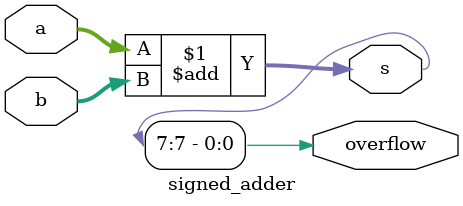
<source format=v>

module signed_adder(input [7:0] a,
    input [7:0] b,
    output [7:0] s,
    output overflow
); 

// The numbers a and b are added to the output s. 
// assign the occurence of the signed overflow of a and b to the output overflow.
// a signed overflow occurs if the most significant bits of a and b are low and the most significant bit of s is high
// a signed overflow may also occur if the most significant bits of a and b are high and the most significant bit of s is low



// add a and b

assign s = a + b;

// check if the most significant bit of s is high

assign overflow = s[7];

endmodule

</source>
